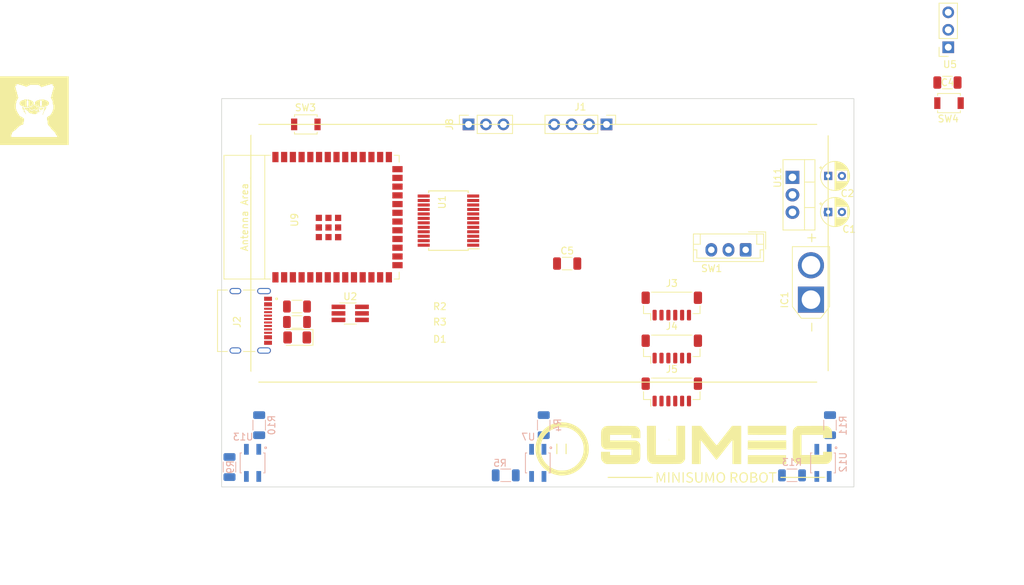
<source format=kicad_pcb>
(kicad_pcb (version 20221018) (generator pcbnew)
  (layers (0 "F.Cu" signal) (31 "B.Cu" signal) (34 "B.Paste" user) (35 "F.Paste" user) (36 "B.SilkS" user "B.Silkscreen") (37 "F.SilkS" user "F.Silkscreen") (38 "B.Mask" user) (39 "F.Mask" user) (44 "Edge.Cuts" user))
  (net 0 "")
  (net 1 "GND")
  (net 2 "EN")
  (net 3 "BOOT")
  (net 4 "VBUS 5V")
  (net 5 "QRE1113 A")
  (net 6 "Net-(U7-A)")
  (net 7 "QRE1113 B")
  (net 8 "QRE1113 C")
  (net 10 "+3V3")
  (net 11 "Net-(D1-A)")
  (net 12 "VBATT")
  (net 13 "Net-(J2-DP1)")
  (net 16 "Net-(U12-A)")
  (net 17 "QRE1113 D")
  (net 21 "Net-(U13-A)")
  (net 29 "+8V")
  (net 30 "Net-(J2-DN1)")
  (net 31 "Net-(J3-Pin_5)")
  (net 32 "Net-(J4-Pin_5)")
  (net 33 "Net-(J5-Pin_5)")
  (net 37 "PWMB")
  (net 38 "BI2")
  (net 39 "BI1")
  (net 40 "STBY")
  (net 41 "MOTOR 2 -")
  (net 42 "MOTOR 2 +")
  (net 43 "MOTOR 1 -")
  (net 44 "MOTOR 1 +")
  (net 45 "SCL")
  (net 46 "SDA")
  (net 47 "TEST PROGRAM")
  (net 48 "IR MODULE")
  (net 55 "AI1")
  (net 56 "AI2")
  (net 57 "PWMA")
  (net 59 "D-")
  (net 60 "D+")
  (net 61 "Net-(R2-Pad2)")
  (net 62 "Net-(R3-Pad2)")
  (net 63 "Net-(J2-SHIELD-PadS1)")
  (footprint "Resistor_SMD:R_1206_3216Metric" (layer "F.Cu") (at 161.7125 74.75)
    (fp_text reference "R2" (at 20.7875 0) (layer "F.SilkS"))
    (fp_text value "15R")
    (pad "1" smd roundrect (at -1.4625 0) (size 1.125 1.75) (layers "F.Cu" "F.Paste" "F.Mask") (roundrect_rratio 0.222222) (net 13 "Net-(J2-DP1)"))
    (pad "2" smd roundrect (at 1.4625 0) (size 1.125 1.75) (layers "F.Cu" "F.Paste" "F.Mask") (roundrect_rratio 0.222222) (net 61 "Net-(R2-Pad2)"))
  )
  (footprint "sumec-smd_library:car cool smol" (layer "F.Cu") (at 123.5 46.25)
    (fp_text reference "R7" hide)
    (fp_text value "R" hide)
  )
  (footprint "sumec-smd_library:logo even smaller" (layer "F.Cu") (at 217.112448 96.562642)
    (fp_text reference "R1" hide)
    (fp_text value "R" hide)
  )
  (footprint "Package_SO:SSOP-24_5.3x8.2mm_P0.65mm" (layer "F.Cu") (at 183.75 62.25 180)
    (fp_text reference "U1" (at 0.918 2.682 90) (layer "F.SilkS"))
    (fp_text value "TB6612FNG")
    (pad "1" smd rect (at -3.6 -3.575 180) (size 1.75 0.45) (layers "F.Cu" "F.Paste" "F.Mask") (net 44 "MOTOR 1 +"))
    (pad "2" smd rect (at -3.6 -2.925 180) (size 1.75 0.45) (layers "F.Cu" "F.Paste" "F.Mask") (net 44 "MOTOR 1 +"))
    (pad "3" smd rect (at -3.6 -2.275 180) (size 1.75 0.45) (layers "F.Cu" "F.Paste" "F.Mask") (net 1 "GND"))
    (pad "4" smd rect (at -3.6 -1.625 180) (size 1.75 0.45) (layers "F.Cu" "F.Paste" "F.Mask") (net 1 "GND"))
    (pad "5" smd rect (at -3.6 -0.975 180) (size 1.75 0.45) (layers "F.Cu" "F.Paste" "F.Mask") (net 43 "MOTOR 1 -"))
    (pad "6" smd rect (at -3.6 -0.325 180) (size 1.75 0.45) (layers "F.Cu" "F.Paste" "F.Mask") (net 43 "MOTOR 1 -"))
    (pad "7" smd rect (at -3.6 0.325 180) (size 1.75 0.45) (layers "F.Cu" "F.Paste" "F.Mask") (net 41 "MOTOR 2 -"))
    (pad "8" smd rect (at -3.6 0.975 180) (size 1.75 0.45) (layers "F.Cu" "F.Paste" "F.Mask") (net 41 "MOTOR 2 -"))
    (pad "9" smd rect (at -3.6 1.625 180) (size 1.75 0.45) (layers "F.Cu" "F.Paste" "F.Mask") (net 1 "GND"))
    (pad "10" smd rect (at -3.6 2.275 180) (size 1.75 0.45) (layers "F.Cu" "F.Paste" "F.Mask") (net 1 "GND"))
    (pad "11" smd rect (at -3.6 2.925 180) (size 1.75 0.45) (layers "F.Cu" "F.Paste" "F.Mask") (net 42 "MOTOR 2 +"))
    (pad "12" smd rect (at -3.6 3.575 180) (size 1.75 0.45) (layers "F.Cu" "F.Paste" "F.Mask") (net 42 "MOTOR 2 +"))
    (pad "13" smd rect (at 3.6 3.575 180) (size 1.75 0.45) (layers "F.Cu" "F.Paste" "F.Mask") (net 29 "+8V"))
    (pad "14" smd rect (at 3.6 2.925 180) (size 1.75 0.45) (layers "F.Cu" "F.Paste" "F.Mask") (net 29 "+8V"))
    (pad "15" smd rect (at 3.6 2.275 180) (size 1.75 0.45) (layers "F.Cu" "F.Paste" "F.Mask") (net 37 "PWMB"))
    (pad "16" smd rect (at 3.6 1.625 180) (size 1.75 0.45) (layers "F.Cu" "F.Paste" "F.Mask") (net 38 "BI2"))
    (pad "17" smd rect (at 3.6 0.975 180) (size 1.75 0.45) (layers "F.Cu" "F.Paste" "F.Mask") (net 39 "BI1"))
    (pad "18" smd rect (at 3.6 0.325 180) (size 1.75 0.45) (layers "F.Cu" "F.Paste" "F.Mask") (net 1 "GND"))
    (pad "19" smd rect (at 3.6 -0.325 180) (size 1.75 0.45) (layers "F.Cu" "F.Paste" "F.Mask") (net 40 "STBY"))
    (pad "20" smd rect (at 3.6 -0.975 180) (size 1.75 0.45) (layers "F.Cu" "F.Paste" "F.Mask") (net 10 "+3V3"))
    (pad "21" smd rect (at 3.6 -1.625 180) (size 1.75 0.45) (layers "F.Cu" "F.Paste" "F.Mask") (net 55 "AI1"))
    (pad "22" smd rect (at 3.6 -2.275 180) (size 1.75 0.45) (layers "F.Cu" "F.Paste" "F.Mask") (net 56 "AI2"))
    (pad "23" smd rect (at 3.6 -2.925 180) (size 1.75 0.45) (layers "F.Cu" "F.Paste" "F.Mask") (net 57 "PWMA"))
    (pad "24" smd rect (at 3.6 -3.575 180) (size 1.75 0.45) (layers "F.Cu" "F.Paste" "F.Mask") (net 29 "+8V"))
  )
  (footprint "Button_Switch_SMD:SW_SPST_B3U-1000P" (layer "F.Cu") (at 256.583 45.153 180)
    (fp_text reference "SW4" (at 0.108 -2.286) (layer "F.SilkS"))
    (fp_text value "SW_Push" hide)
    (pad "1" smd rect (at -1.7 0 180) (size 0.9 1.7) (layers "F.Cu" "F.Paste" "F.Mask") (net 1 "GND"))
    (pad "2" smd rect (at 1.7 0 180) (size 0.9 1.7) (layers "F.Cu" "F.Paste" "F.Mask") (net 3 "BOOT"))
  )
  (footprint "Connector_JST:JST_SH_BM06B-SRSS-TB_1x06-1MP_P1.00mm_Vertical" (layer "F.Cu") (at 216.25 80.925)
    (fp_text reference "J4" (at 0 -3.3) (layer "F.SilkS"))
    (fp_text value "Conn_01x06_Pin")
    (pad "1" smd roundrect (at -2.5 1.325) (size 0.6 1.55) (layers "F.Cu" "F.Paste" "F.Mask") (net 10 "+3V3"))
    (pad "2" smd roundrect (at -1.5 1.325) (size 0.6 1.55) (layers "F.Cu" "F.Paste" "F.Mask") (net 1 "GND"))
    (pad "3" smd roundrect (at -0.5 1.325) (size 0.6 1.55) (layers "F.Cu" "F.Paste" "F.Mask") (net 46 "SDA"))
    (pad "4" smd roundrect (at 0.5 1.325) (size 0.6 1.55) (layers "F.Cu" "F.Paste" "F.Mask") (net 45 "SCL"))
    (pad "5" smd roundrect (at 1.5 1.325) (size 0.6 1.55) (layers "F.Cu" "F.Paste" "F.Mask") (net 32 "Net-(J4-Pin_5)"))
    (pad "6" smd roundrect (at 2.5 1.325) (size 0.6 1.55) (layers "F.Cu" "F.Paste" "F.Mask"))
    (pad "MP" smd roundrect (at -3.8 -1.2) (size 1.2 1.8) (layers "F.Cu" "F.Paste" "F.Mask") (roundrect_rratio 0.208333))
    (pad "MP" smd roundrect (at 3.8 -1.2) (size 1.2 1.8) (layers "F.Cu" "F.Paste" "F.Mask") (roundrect_rratio 0.208333))
  )
  (footprint "sumec_library:AMASS_XT30U-M_1x02_P5.0mm_Vertical" (layer "F.Cu") (at 236.5 73.75 90)
    (fp_text reference "IC1" (at -0.037 -3.836 90) (layer "F.SilkS"))
    (fp_text value "XT30U-F")
    (fp_text user "+" (at 9 0 90) (layer "F.SilkS") (effects (font (size 1.5 1.5))))
    (fp_text user "-" (at -4 0 90) (layer "F.SilkS") (effects (font (size 1.5 1.5))))
    (pad "1" thru_hole rect (at 0 0 90) (size 3.8 3.8) (drill 2.7) (layers "*.Cu" "*.Mask") (net 1 "GND"))
    (pad "2" thru_hole circle (at 5 0 90) (size 3.8 3.8) (drill 2.7) (layers "*.Cu" "*.Mask") (net 12 "VBATT"))
  )
  (footprint "Connector_PinHeader_2.54mm:PinHeader_1x04_P2.54mm_Vertical" (layer "F.Cu") (at 206.75 48.25 -90)
    (fp_text reference "J1" (at -2.534 3.804 -180) (layer "F.SilkS"))
    (fp_text value "Conn_01x04_Pin" hide)
    (pad "1" thru_hole rect (at 0 0 270) (size 1.7 1.7) (drill 1) (layers "*.Cu" "*.Mask") (net 44 "MOTOR 1 +"))
    (pad "2" thru_hole oval (at 0 2.54 270) (size 1.7 1.7) (drill 1) (layers "*.Cu" "*.Mask") (net 43 "MOTOR 1 -"))
    (pad "3" thru_hole oval (at 0 5.08 270) (size 1.7 1.7) (drill 1) (layers "*.Cu" "*.Mask") (net 41 "MOTOR 2 -"))
    (pad "4" thru_hole oval (at 0 7.62 270) (size 1.7 1.7) (drill 1) (layers "*.Cu" "*.Mask") (net 42 "MOTOR 2 +"))
  )
  (footprint "Resistor_SMD:R_1206_3216Metric" (layer "F.Cu") (at 161.7125 77)
    (fp_text reference "R3" (at 20.7875 0) (layer "F.SilkS"))
    (fp_text value "15R")
    (pad "1" smd roundrect (at -1.4625 0) (size 1.125 1.75) (layers "F.Cu" "F.Paste" "F.Mask") (roundrect_rratio 0.222222) (net 30 "Net-(J2-DN1)"))
    (pad "2" smd roundrect (at 1.4625 0) (size 1.125 1.75) (layers "F.Cu" "F.Paste" "F.Mask") (roundrect_rratio 0.222222) (net 62 "Net-(R3-Pad2)"))
  )
  (footprint "Package_TO_SOT_THT:TO-220-3_Vertical" (layer "F.Cu") (at 233.805 55.96 -90)
    (fp_text reference "U11" (at 0.047 2.157 -90) (layer "F.SilkS"))
    (fp_text value "LM1084-3.3" hide)
    (pad "1" thru_hole rect (at 0 0 270) (size 1.905 2) (drill 1.1) (layers "*.Cu" "*.Mask") (net 1 "GND"))
    (pad "2" thru_hole oval (at 2.54 0 270) (size 1.905 2) (drill 1.1) (layers "*.Cu" "*.Mask") (net 10 "+3V3"))
    (pad "3" thru_hole oval (at 5.08 0 270) (size 1.905 2) (drill 1.1) (layers "*.Cu" "*.Mask") (net 29 "+8V"))
  )
  (footprint "PCM_Espressif:ESP32-S3-WROOM-1" (layer "F.Cu") (at 166.834 61.75 90)
    (fp_text reference "U9" (at -0.4 -5.47 90) (layer "F.SilkS"))
    (fp_text value "ESP32-S3-WROOM-1")
    (fp_text user "Antenna Area" (at 0 -12.75 90) (layer "F.SilkS"))
    (pad "1" smd rect (at -8.75 -8.26 90) (size 1.5 0.9) (layers "F.Cu" "F.Paste" "F.Mask") (net 1 "GND"))
    (pad "2" smd rect (at -8.75 -6.99 90) (size 1.5 0.9) (layers "F.Cu" "F.Paste" "F.Mask") (net 10 "+3V3"))
    (pad "3" smd rect (at -8.75 -5.72 90) (size 1.5 0.9) (layers "F.Cu" "F.Paste" "F.Mask") (net 2 "EN"))
    (pad "4" smd rect (at -8.75 -4.45 90) (size 1.5 0.9) (layers "F.Cu" "F.Paste" "F.Mask"))
    (pad "5" smd rect (at -8.75 -3.18 90) (size 1.5 0.9) (layers "F.Cu" "F.Paste" "F.Mask") (net 7 "QRE1113 B"))
    (pad "6" smd rect (at -8.75 -1.91 90) (size 1.5 0.9) (layers "F.Cu" "F.Paste" "F.Mask") (net 8 "QRE1113 C"))
    (pad "7" smd rect (at -8.75 -0.64 90) (size 1.5 0.9) (layers "F.Cu" "F.Paste" "F.Mask") (net 17 "QRE1113 D"))
    (pad "8" smd rect (at -8.75 0.63 90) (size 1.5 0.9) (layers "F.Cu" "F.Paste" "F.Mask"))
    (pad "9" smd rect (at -8.75 1.9 90) (size 1.5 0.9) (layers "F.Cu" "F.Paste" "F.Mask"))
    (pad "10" smd rect (at -8.75 3.17 90) (size 1.5 0.9) (layers "F.Cu" "F.Paste" "F.Mask") (net 45 "SCL"))
    (pad "11" smd rect (at -8.75 4.44 90) (size 1.5 0.9) (layers "F.Cu" "F.Paste" "F.Mask") (net 46 "SDA"))
    (pad "12" smd rect (at -8.75 5.71 90) (size 1.5 0.9) (layers "F.Cu" "F.Paste" "F.Mask"))
    (pad "13" smd rect (at -8.75 6.98 90) (size 1.5 0.9) (layers "F.Cu" "F.Paste" "F.Mask") (net 59 "D-"))
    (pad "14" smd rect (at -8.75 8.25 90) (size 1.5 0.9) (layers "F.Cu" "F.Paste" "F.Mask") (net 60 "D+"))
    (pad "15" smd rect (at -6.985 9.5 180) (size 1.5 0.9) (layers "F.Cu" "F.Paste" "F.Mask"))
    (pad "16" smd rect (at -5.715 9.5 180) (size 1.5 0.9) (layers "F.Cu" "F.Paste" "F.Mask"))
    (pad "17" smd rect (at -4.445 9.5 180) (size 1.5 0.9) (layers "F.Cu" "F.Paste" "F.Mask") (net 56 "AI2"))
    (pad "18" smd rect (at -3.175 9.5 180) (size 1.5 0.9) (layers "F.Cu" "F.Paste" "F.Mask") (net 55 "AI1"))
    (pad "19" smd rect (at -1.905 9.5 180) (size 1.5 0.9) (layers "F.Cu" "F.Paste" "F.Mask"))
    (pad "20" smd rect (at -0.635 9.5 180) (size 1.5 0.9) (layers "F.Cu" "F.Paste" "F.Mask") (net 40 "STBY"))
    (pad "21" smd rect (at 0.635 9.5 180) (size 1.5 0.9) (layers "F.Cu" "F.Paste" "F.Mask") (net 39 "BI1"))
    (pad "22" smd rect (at 1.905 9.5 180) (size 1.5 0.9) (layers "F.Cu" "F.Paste" "F.Mask") (net 38 "BI2"))
    (pad "23" smd rect (at 3.175 9.5 180) (size 1.5 0.9) (layers "F.Cu" "F.Paste" "F.Mask") (net 37 "PWMB"))
    (pad "24" smd rect (at 4.445 9.5 180) (size 1.5 0.9) (layers "F.Cu" "F.Paste" "F.Mask") (net 57 "PWMA"))
    (pad "25" smd rect (at 5.715 9.5 180) (size 1.5 0.9) (layers "F.Cu" "F.Paste" "F.Mask"))
    (pad "26" smd rect (at 6.985 9.5 180) (size 1.5 0.9) (layers "F.Cu" "F.Paste" "F.Mask"))
    (pad "27" smd rect (at 8.75 8.25 270) (size 1.5 0.9) (layers "F.Cu" "F.Paste" "F.Mask") (net 3 "BOOT"))
    (pad "28" smd rect (at 8.75 6.98 270) (size 1.5 0.9) (layers "F.Cu" "F.Paste" "F.Mask"))
    (pad "29" smd rect (at 8.75 5.71 270) (size 1.5 0.9) (layers "F.Cu" "F.Paste" "F.Mask"))
    (pad "30" smd rect (at 8.75 4.44 270) (size 1.5 0.9) (layers "F.Cu" "F.Paste" "F.Mask"))
    (pad "31" smd rect (at 8.75 3.17 270) (size 1.5 0.9) (layers "F.Cu" "F.Paste" "F.Mask") (net 48 "IR MODULE"))
    (pad "32" smd rect (at 8.75 1.9 270) (size 1.5 0.9) (layers "F.Cu" "F.Paste" "F.Mask"))
    (pad "33" smd rect (at 8.75 0.63 270) (size 1.5 0.9) (layers "F.Cu" "F.Paste" "F.Mask"))
    (pad "34" smd rect (at 8.75 -0.64 270) (size 1.5 0.9) (layers "F.Cu" "F.Paste" "F.Mask"))
    (pad "35" smd rect (at 8.75 -1.91 270) (size 1.5 0.9) (layers "F.Cu" "F.Paste" "F.Mask"))
    (pad "36" smd rect (at 8.75 -3.18 270) (size 1.5 0.9) (layers "F.Cu" "F.Paste" "F.Mask"))
    (pad "37" smd rect (at 8.75 -4.45 270) (size 1.5 0.9) (layers "F.Cu" "F.Paste" "F.Mask"))
    (pad "38" smd rect (at 8.75 -5.72 270) (size 1.5 0.9) (layers "F.Cu" "F.Paste" "F.Mask") (net 47 "TEST PROGRAM"))
    (pad "39" smd rect (at 8.75 -6.99 270) (size 1.5 0.9) (layers "F.Cu" "F.Paste" "F.Mask"))
    (pad "40" smd rect (at 8.75 -8.26 270) (size 1.5 0.9) (layers "F.Cu" "F.Paste" "F.Mask") (net 1 "GND"))
    (pad "41" smd rect (at -2.9 -1.94 270) (size 0.9 0.9) (layers "F.Cu" "F.Paste" "F.Mask") (net 1 "GND"))
    (pad "41" smd rect (at -2.9 -0.54 270) (size 0.9 0.9) (layers "F.Cu" "F.Paste" "F.Mask") (net 1 "GND"))
    (pad "41" smd rect (at -2.9 0.86 270) (size 0.9 0.9) (layers "F.Cu" "F.Paste" "F.Mask") (net 1 "GND"))
    (pad "41" smd rect (at -2.9 0.86 270) (size 0.9 0.9) (layers "F.Cu" "F.Paste" "F.Mask") (net 1 "GND"))
    (pad "41" smd rect (at -1.5 -1.94 270) (size 0.9 0.9) (layers "F.Cu" "F.Paste" "F.Mask") (net 1 "GND"))
    (pad "41" smd rect (at -1.5 -1.94 270) (size 0.9 0.9) (layers "F.Cu" "F.Paste" "F.Mask") (net 1 "GND"))
    (pad "41" smd rect (at -1.5 -0.54 270) (size 0.9 0.9) (layers "F.Cu" "F.Paste" "F.Mask") (net 1 "GND"))
    (pad "41" smd rect (at -1.5 0.86 270) (size 0.9 0.9) (layers "F.Cu" "F.Paste" "F.Mask") (net 1 "GND"))
    (pad "41" smd rect (at -0.1 -1.94 270) (size 0.9 0.9) (layers "F.Cu" "F.Paste" "F.Mask") (net 1 "GND"))
    (pad "41" smd rect (at -0.1 -0.54 270) (size 0.9 0.9) (layers "F.Cu" "F.Paste" "F.Mask") (net 1 "GND"))
    (pad "41" smd rect (at -0.1 0.86 270) (size 0.9 0.9) (layers "F.Cu" "F.Paste" "F.Mask") (net 1 "GND"))
  )
  (footprint "MountingHole:MountingHole_3.2mm_M3" (layer "F.Cu") (at 154.5 85.75 180)
    (fp_text reference "H2" hide)
    (fp_text value "MountingHole M3" hide)
    (pad "" np_thru_hole circle (at 0 0 180) (size 3.2 3.2) (drill 3.2) (layers "*.Cu" "*.Mask"))
  )
  (footprint "MountingHole:MountingHole_3.2mm_M3" (layer "F.Cu") (at 239 85.75)
    (fp_text reference "H3" hide)
    (fp_text value "MountingHole M3" hide)
    (pad "" np_thru_hole circle (at 0 0) (size 3.2 3.2) (drill 3.2) (layers "*.Cu" "*.Mask"))
  )
  (footprint "Connector_JST:JST_SH_BM06B-SRSS-TB_1x06-1MP_P1.00mm_Vertical" (layer "F.Cu") (at 216.25 87.175)
    (fp_text reference "J5" (at 0 -3.3) (layer "F.SilkS"))
    (fp_text value "Conn_01x06_Pin")
    (pad "1" smd roundrect (at -2.5 1.325) (size 0.6 1.55) (layers "F.Cu" "F.Paste" "F.Mask") (net 10 "+3V3"))
    (pad "2" smd roundrect (at -1.5 1.325) (size 0.6 1.55) (layers "F.Cu" "F.Paste" "F.Mask") (net 1 "GND"))
    (pad "3" smd roundrect (at -0.5 1.325) (size 0.6 1.55) (layers "F.Cu" "F.Paste" "F.Mask") (net 46 "SDA"))
    (pad "4" smd roundrect (at 0.5 1.325) (size 0.6 1.55) (layers "F.Cu" "F.Paste" "F.Mask") (net 45 "SCL"))
    (pad "5" smd roundrect (at 1.5 1.325) (size 0.6 1.55) (layers "F.Cu" "F.Paste" "F.Mask") (net 33 "Net-(J5-Pin_5)"))
    (pad "6" smd roundrect (at 2.5 1.325) (size 0.6 1.55) (layers "F.Cu" "F.Paste" "F.Mask"))
    (pad "MP" smd roundrect (at -3.8 -1.2) (size 1.2 1.8) (layers "F.Cu" "F.Paste" "F.Mask") (roundrect_rratio 0.208333))
    (pad "MP" smd roundrect (at 3.8 -1.2) (size 1.2 1.8) (layers "F.Cu" "F.Paste" "F.Mask") (roundrect_rratio 0.208333))
  )
  (footprint "Capacitor_THT:CP_Radial_D4.0mm_P2.00mm" (layer "F.Cu") (at 239 61)
    (fp_text reference "C1" (at 3.058 2.5) (layer "F.SilkS"))
    (fp_text value "10uF.stabl")
    (pad "1" thru_hole rect (at 0 0) (size 1.2 1.2) (drill 0.6) (layers "*.Cu" "*.Mask") (net 29 "+8V"))
    (pad "2" thru_hole circle (at 2 0) (size 1.2 1.2) (drill 0.6) (layers "*.Cu" "*.Mask") (net 1 "GND"))
  )
  (footprint "Connector_PinSocket_2.54mm:PinSocket_1x03_P2.54mm_Vertical" (layer "F.Cu") (at 186.67 48.25 90)
    (fp_text reference "J8" (at 0 -2.77 90) (layer "F.SilkS"))
    (fp_text value "Conn_01x03_Pin" hide)
    (pad "1" thru_hole rect (at 0 0 90) (size 1.7 1.7) (drill 1) (layers "*.Cu" "*.Mask") (net 5 "QRE1113 A"))
    (pad "2" thru_hole oval (at 0 2.54 90) (size 1.7 1.7) (drill 1) (layers "*.Cu" "*.Mask") (net 1 "GND"))
    (pad "3" thru_hole oval (at 0 5.08 90) (size 1.7 1.7) (drill 1) (layers "*.Cu" "*.Mask") (net 10 "+3V3"))
  )
  (footprint "Connector_JST:JST_EH_B3B-EH-A_1x03_P2.50mm_Vertical" (layer "F.Cu") (at 227 66.5 180)
    (fp_text reference "SW1" (at 4.953 -2.718) (layer "F.SilkS"))
    (fp_text value "SW_SPDT" hide)
    (pad "1" thru_hole roundrect (at 0 0 180) (size 1.7 1.95) (drill 0.95) (layers "*.Cu" "*.Mask") (roundrect_rratio 0.147059) (net 12 "VBATT"))
    (pad "2" thru_hole oval (at 2.5 0 180) (size 1.7 1.95) (drill 0.95) (layers "*.Cu" "*.Mask") (net 29 "+8V"))
    (pad "3" thru_hole oval (at 5 0 180) (size 1.7 1.95) (drill 0.95) (layers "*.Cu" "*.Mask"))
  )
  (footprint "Diode_SMD:D_1206_3216Metric" (layer "F.Cu") (at 161.75 79.25 180)
    (fp_text reference "D1" (at -20.75 -0.25 180) (layer "F.SilkS"))
    (fp_text value "1N5819")
    (pad "1" smd roundrect (at -1.4 0 180) (size 1.25 1.75) (layers "F.Cu" "F.Paste" "F.Mask") (roundrect_rratio 0.2) (net 4 "VBUS 5V"))
    (pad "2" smd roundrect (at 1.4 0 180) (size 1.25 1.75) (layers "F.Cu" "F.Paste" "F.Mask") (roundrect_rratio 0.2) (net 11 "Net-(D1-A)"))
  )
  (footprint "Capacitor_SMD:C_1206_3216Metric" (layer "F.Cu") (at 256.358 42.159)
    (fp_text reference "C4" (at 0.025 0) (layer "F.SilkS"))
    (fp_text value "100nF.boot")
    (pad "1" smd roundrect (at -1.475 0) (size 1.15 1.8) (layers "F.Cu" "F.Paste" "F.Mask") (roundrect_rratio 0.217391) (net 3 "BOOT"))
    (pad "2" smd roundrect (at 1.475 0) (size 1.15 1.8) (layers "F.Cu" "F.Paste" "F.Mask") (roundrect_rratio 0.217391) (net 1 "GND"))
  )
  (footprint "Package_TO_SOT_SMD:TSOT-23-6_HandSoldering" (layer "F.Cu") (at 169.46 75.75)
    (fp_text reference "U2" (at 0 -2.45) (layer "F.SilkS"))
    (fp_text value "USBLC6-2SC6")
    (pad "1" smd rect (at -1.71 -0.95) (size 2 0.65) (layers "F.Cu" "F.Paste" "F.Mask") (net 61 "Net-(R2-Pad2)"))
    (pad "2" smd rect (at -1.71 0) (size 2 0.65) (layers "F.Cu" "F.Paste" "F.Mask") (net 1 "GND"))
    (pad "3" smd rect (at -1.71 0.95) (size 2 0.65) (layers "F.Cu" "F.Paste" "F.Mask") (net 62 "Net-(R3-Pad2)"))
    (pad "4" smd rect (at 1.71 0.95) (size 2 0.65) (layers "F.Cu" "F.Paste" "F.Mask") (net 59 "D-"))
    (pad "5" smd rect (at 1.71 0) (size 2 0.65) (layers "F.Cu" "F.Paste" "F.Mask") (net 4 "VBUS 5V"))
    (pad "6" smd rect (at 1.71 -0.95) (size 2 0.65) (layers "F.Cu" "F.Paste" "F.Mask") (net 60 "D+"))
  )
  (footprint "Capacitor_THT:CP_Radial_D4.0mm_P2.00mm" (layer "F.Cu") (at 239 55.75)
    (fp_text reference "C2" (at 2.804 2.543) (layer "F.SilkS"))
    (fp_text value "10uF.stabl")
    (pad "1" thru_hole rect (at 0 0) (size 1.2 1.2) (drill 0.6) (layers "*.Cu" "*.Mask") (net 10 "+3V3"))
    (pad "2" thru_hole circle (at 2 0) (size 1.2 1.2) (drill 0.6) (layers "*.Cu" "*.Mask") (net 1 "GND"))
  )
  (footprint "Capacitor_SMD:C_1206_3216Metric" (layer "F.Cu") (at 201.025 68.5)
    (fp_text reference "C5" (at 0 -1.85) (layer "F.SilkS"))
    (fp_text value "100nF")
    (pad "1" smd roundrect (at -1.475 0) (size 1.15 1.8) (layers "F.Cu" "F.Paste" "F.Mask") (roundrect_rratio 0.217391) (net 4 "VBUS 5V"))
    (pad "2" smd roundrect (at 1.475 0) (size 1.15 1.8) (layers "F.Cu" "F.Paste" "F.Mask") (roundrect_rratio 0.217391) (net 1 "GND"))
  )
  (footprint "Connector_PinSocket_2.54mm:PinSocket_1x03_P2.54mm_Vertical" (layer "F.Cu") (at 256.475 37.025 180)
    (fp_text reference "U5" (at -0.25 -2.5) (layer "F.SilkS"))
    (fp_text value "TSOP382xx" hide)
    (pad "1" thru_hole rect (at 0 0 180) (size 1.7 1.7) (drill 1) (layers "*.Cu" "*.Mask") (net 48 "IR MODULE"))
    (pad "2" thru_hole oval (at 0 2.54 180) (size 1.7 1.7) (drill 1) (layers "*.Cu" "*.Mask") (net 1 "GND"))
    (pad "3" thru_hole oval (at 0 5.08 180) (size 1.7 1.7) (drill 1) (layers "*.Cu" "*.Mask") (net 10 "+3V3"))
  )
  (footprint "Connector_JST:JST_SH_BM06B-SRSS-TB_1x06-1MP_P1.00mm_Vertical" (layer "F.Cu") (at 216.25 74.675)
    (fp_text reference "J3" (at 0 -3.3) (layer "F.SilkS"))
    (fp_text value "Conn_01x06_Pin")
    (pad "1" smd roundrect (at -2.5 1.325) (size 0.6 1.55) (layers "F.Cu" "F.Paste" "F.Mask") (net 10 "+3V3"))
    (pad "2" smd roundrect (at -1.5 1.325) (size 0.6 1.55) (layers "F.Cu" "F.Paste" "F.Mask") (net 1 "GND"))
    (pad "3" smd roundrect (at -0.5 1.325) (size 0.6 1.55) (layers "F.Cu" "F.Paste" "F.Mask") (net 46 "SDA"))
    (pad "4" smd roundrect (at 0.5 1.325) (size 0.6 1.55) (layers "F.Cu" "F.Paste" "F.Mask") (net 45 "SCL"))
    (pad "5" smd roundrect (at 1.5 1.325) (size 0.6 1.55) (layers "F.Cu" "F.Paste" "F.Mask") (net 31 "Net-(J3-Pin_5)"))
    (pad "6" smd roundrect (at 2.5 1.325) (size 0.6 1.55) (layers "F.Cu" "F.Paste" "F.Mask"))
    (pad "MP" smd roundrect (at -3.8 -1.2) (size 1.2 1.8) (layers "F.Cu" "F.Paste" "F.Mask") (roundrect_rratio 0.208333))
    (pad "MP" smd roundrect (at 3.8 -1.2) (size 1.2 1.8) (layers "F.Cu" "F.Paste" "F.Mask") (roundrect_rratio 0.208333))
  )
  (footprint "Button_Switch_SMD:SW_SPST_B3U-1000P" (layer "F.Cu") (at 163 48.25 180)
    (fp_text reference "SW3" (at 0.055 2.437 180) (layer "F.SilkS"))
    (fp_text value "SW_Push" hide)
    (pad "1" smd rect (at -1.7 0 180) (size 0.9 1.7) (layers "F.Cu" "F.Paste" "F.Mask") (net 10 "+3V3"))
    (pad "2" smd rect (at 1.7 0 180) (size 0.9 1.7) (layers "F.Cu" "F.Paste" "F.Mask") (net 47 "TEST PROGRAM"))
  )
  (footprint "sumec-smd_library:HRO_TYPE-C-31-M-12" (layer "F.Cu") (at 152.75 76.825 -90)
    (fp_text reference "J2" (at 0.175 -0.25 90) (layer "F.SilkS"))
    (fp_text value "TYPE-C-31-M-12")
    (pad "" np_thru_hole circle (at -2.89 -3.68 270) (size 0.6 0.6) (drill 0.6) (layers "*.Cu" "*.Mask"))
    (pad "" np_thru_hole circle (at 2.89 -3.68 270) (size 0.6 0.6) (drill 0.6) (layers "*.Cu" "*.Mask"))
    (pad "A1_B12" smd rect (at -3.2 -4.75 270) (size 0.6 1.14) (layers "F.Cu" "F.Paste") (net 1 "GND"))
    (pad "A4_B9" smd rect (at -2.4 -4.75 270) (size 0.6 1.14) (layers "F.Cu" "F.Paste") (net 11 "Net-(D1-A)"))
    (pad "A5" smd rect (at -1.25 -4.75 270) (size 0.3 1.14) (layers "F.Cu" "F.Paste"))
    (pad "A6" smd rect (at -0.25 -4.75 270) (size 0.3 1.14) (layers "F.Cu" "F.Paste") (net 13 "Net-(J2-DP1)"))
    (pad "A7" smd rect (at 0.25 -4.75 270) (size 0.3 1.14) (layers "F.Cu" "F.Paste") (net 30 "Net-(J2-DN1)"))
    (pad "A8" smd rect (at 1.25 -4.75 270) (size 0.3 1.14) (layers "F.Cu" "F.Paste"))
    (pad "B1_A12" smd rect (at 3.2 -4.75 270) (size 0.6 1.14) (layers "F.Cu" "F.Paste") (net 1 "GND"))
    (pad "B4_A9" smd rect (at 2.4 -4.75 270) (size 0.6 1.14) (layers "F.Cu" "F.Paste") (net 11 "Net-(D1-A)"))
    (pad "B5" smd rect (at 1.75 -4.75 270) (size 0.3 1.14) (layers "F.Cu" "F.Paste"))
    (pad "B6" smd rect (at 0.75 -4.75 270) (size 0.3 1.14) (layers "F.Cu" "F.Paste"))
    (pad "B7" smd rect (at -0.75 -4.75 270) (size 0.3 1.14) (layers "F.Cu" "F.Paste"))
    (pad "B8" smd rect (at -1.75 -4.75 270) (size 0.3 1.14) (layers "F.Cu" "F.Paste"))
    (pad "S1" thru_hole oval (at -4.325 -4.17 270) (size 0.9 2) (drill oval 0.6 1.7) (layers "*.Cu" "*.Mask") (net 63 "Net-(J2-SHIELD-PadS1)"))
    (pad "S2" thru_hole oval (at 4.325 -4.17 270) (size 0.9 2) (drill oval 0.6 1.7) (layers "*.Cu" "*.Mask") (net 63 "Net-(J2-SHIELD-PadS1)"))
    (pad "S3" thru_hole oval (at -4.325 0 270) (size 0.9 1.7) (drill oval 0.6 1.4) (layers "*.Cu" "*.Mask") (net 63 "Net-(J2-SHIELD-PadS1)"))
    (pad "S4" thru_hole oval (at 4.325 0 270) (size 0.9 1.7) (drill oval 0.6 1.4) (layers "*.Cu" "*.Mask") (net 63 "Net-(J2-SHIELD-PadS1)"))
  )
  (footprint "MountingHole:MountingHole_3.2mm_M3" (layer "F.Cu") (at 239 48.25 180)
    (fp_text reference "H1" hide)
    (fp_text value "MountingHole M3" hide)
    (pad "" np_thru_hole circle (at 0 0 180) (size 3.2 3.2) (drill 3.2) (layers "*.Cu" "*.Mask"))
  )
  (footprint "MountingHole:MountingHole_3.2mm_M3" (layer "F.Cu") (at 154.5 48.25 90)
    (fp_text reference "H4" hide)
    (fp_text value "MountingHole M3" hide)
    (pad "" np_thru_hole circle (at 0 0 90) (size 3.2 3.2) (drill 3.2) (layers "*.Cu" "*.Mask"))
  )
  (footprint "Resistor_SMD:R_1206_3216Metric" (layer "B.Cu") (at 233.7415 99.314)
    (fp_text reference "R13" (at 0 -1.905) (layer "B.SilkS") (effects (justify mirror)))
    (fp_text value "10k")
    (pad "1" smd roundrect (at -1.4625 0) (size 1.125 1.75) (layers "B.Cu" "B.Paste" "B.Mask") (roundrect_rratio 0.222222) (net 10 "+3V3"))
    (pad "2" smd roundrect (at 1.4625 0) (size 1.125 1.75) (layers "B.Cu" "B.Paste" "B.Mask") (roundrect_rratio 0.222222) (net 17 "QRE1113 D"))
  )
  (footprint "Resistor_SMD:R_1206_3216Metric" (layer "B.Cu") (at 239.268 92.0095 90)
    (fp_text reference "R11" (at -0.0655 1.905 90) (layer "B.SilkS") (effects (justify mirror)))
    (fp_text value "100")
    (pad "1" smd roundrect (at -1.4625 0 90) (size 1.125 1.75) (layers "B.Cu" "B.Paste" "B.Mask") (roundrect_rratio 0.222222) (net 16 "Net-(U12-A)"))
    (pad "2" smd roundrect (at 1.4625 0 90) (size 1.125 1.75) (layers "B.Cu" "B.Paste" "B.Mask") (roundrect_rratio 0.222222) (net 10 "+3V3"))
  )
  (footprint "sumec-smd_library:QRE1113GR-(smd)" (layer "B.Cu") (at 196.75 97.5 180)
    (fp_text reference "U7" (at 1.375 3.775) (layer "B.SilkS") (effects (justify mirror)))
    (fp_text value "QRE1113" hide)
    (pad "1" smd rect (at -0.9 1.975 180) (size 0.69 1.57) (layers "B.Cu" "B.Paste" "B.Mask") (net 6 "Net-(U7-A)"))
    (pad "2" smd rect (at -0.9 -1.975 180) (size 0.69 1.57) (layers "B.Cu" "B.Paste" "B.Mask") (net 1 "GND"))
    (pad "3" smd rect (at 0.9 -1.975 180) (size 0.69 1.57) (layers "B.Cu" "B.Paste" "B.Mask") (net 7 "QRE1113 B"))
    (pad "4" smd rect (at 0.9 1.975 180) (size 0.69 1.57) (layers "B.Cu" "B.Paste" "B.Mask") (net 1 "GND"))
  )
  (footprint "sumec-smd_library:QRE1113GR-(smd)" (layer "B.Cu") (at 155.25 97.5 180)
    (fp_text reference "U13" (at 1.375 3.775) (layer "B.SilkS") (effects (justify mirror)))
    (fp_text value "QRE1113" hide)
    (pad "1" smd rect (at -0.9 1.975 180) (size 0.69 1.57) (layers "B.Cu" "B.Paste" "B.Mask") (net 21 "Net-(U13-A)"))
    (pad "2" smd rect (at -0.9 -1.975 180) (size 0.69 1.57) (layers "B.Cu" "B.Paste" "B.Mask") (net 1 "GND"))
    (pad "3" smd rect (at 0.9 -1.975 180) (size 0.69 1.57) (layers "B.Cu" "B.Paste" "B.Mask") (net 8 "QRE1113 C"))
    (pad "4" smd rect (at 0.9 1.975 180) (size 0.69 1.57) (layers "B.Cu" "B.Paste" "B.Mask") (net 1 "GND"))
  )
  (footprint "Resistor_SMD:R_1206_3216Metric" (layer "B.Cu") (at 156.21 92.0095 90)
    (fp_text reference "R10" (at 0 1.82 90) (layer "B.SilkS") (effects (justify mirror)))
    (fp_text value "100")
    (pad "1" smd roundrect (at -1.4625 0 90) (size 1.125 1.75) (layers "B.Cu" "B.Paste" "B.Mask") (roundrect_rratio 0.222222) (net 21 "Net-(U13-A)"))
    (pad "2" smd roundrect (at 1.4625 0 90) (size 1.125 1.75) (layers "B.Cu" "B.Paste" "B.Mask") (roundrect_rratio 0.222222) (net 10 "+3V3"))
  )
  (footprint "Resistor_SMD:R_1206_3216Metric" (layer "B.Cu") (at 197.612 92.0095 90)
    (fp_text reference "R4" (at 0 2.032 90) (layer "B.SilkS") (effects (justify mirror)))
    (fp_text value "100")
    (pad "1" smd roundrect (at -1.4625 0 90) (size 1.125 1.75) (layers "B.Cu" "B.Paste" "B.Mask") (roundrect_rratio 0.222222) (net 6 "Net-(U7-A)"))
    (pad "2" smd roundrect (at 1.4625 0 90) (size 1.125 1.75) (layers "B.Cu" "B.Paste" "B.Mask") (roundrect_rratio 0.222222) (net 10 "+3V3"))
  )
  (footprint "Resistor_SMD:R_1206_3216Metric" (layer "B.Cu") (at 151.892 98.1055 -90)
    (fp_text reference "R9" (at 0 -0.127 90) (layer "B.SilkS") (effects (justify mirror)))
    (fp_text value "10k")
    (pad "1" smd roundrect (at -1.4625 0 270) (size 1.125 1.75) (layers "B.Cu" "B.Paste" "B.Mask") (roundrect_rratio 0.222222) (net 10 "+3V3"))
    (pad "2" smd roundrect (at 1.4625 0 270) (size 1.125 1.75) (layers "B.Cu" "B.Paste" "B.Mask") (roundrect_rratio 0.222222) (net 8 "QRE1113 C"))
  )
  (footprint "Resistor_SMD:R_1206_3216Metric" (layer "B.Cu") (at 192.0855 99.314)
    (fp_text reference "R5" (at -0.8235 -1.778) (layer "B.SilkS") (effects (justify mirror)))
    (fp_text value "10k")
    (pad "1" smd roundrect (at -1.4625 0) (size 1.125 1.75) (layers "B.Cu" "B.Paste" "B.Mask") (roundrect_rratio 0.222222) (net 10 "+3V3"))
    (pad "2" smd roundrect (at 1.4625 0) (size 1.125 1.75) (layers "B.Cu" "B.Paste" "B.Mask") (roundrect_rratio 0.222222) (net 7 "QRE1113 B"))
  )
  (footprint "sumec-smd_library:QRE1113GR-(smd)" (layer "B.Cu") (at 238.25 97.5 180)
    (fp_text reference "U12" (at -2.923 0.091 270) (layer "B.SilkS") (effects (justify mirror)))
    (fp_text value "QRE1113" hide)
    (pad "1" smd rect (at -0.9 1.975 180) (size 0.69 1.57) (layers "B.Cu" "B.Paste" "B.Mask") (net 16 "Net-(U12-A)"))
    (pad "2" smd rect (at -0.9 -1.975 180) (size 0.69 1.57) (layers "B.Cu" "B.Paste" "B.Mask") (net 1 "GND"))
    (pad "3" smd rect (at 0.9 -1.975 180) (size 0.69 1.57) (layers "B.Cu" "B.Paste" "B.Mask") (net 17 "QRE1113 D"))
    (pad "4" smd rect (at 0.9 1.975 180) (size 0.69 1.57) (layers "B.Cu" "B.Paste" "B.Mask") (net 1 "GND"))
  )
  (gr_rect (start 155 48.25) (end 239 85.75) (stroke (width 0.15)) (fill none) (layer "F.SilkS"))
  (gr_rect (start 150.75 44.5) (end 242.75 101) (stroke (width 0.1)) (fill none) (layer "Edge.Cuts"))
  (gr_text ">:3" (at 215.9 93.98 270) (layer "F.SilkS") (effects (font (size 0.1 0.1) (thickness 0.02) bold) (justify left top)))
  (gr_text ">:3" (at 154.94 55.88 270) (layer "F.SilkS") (effects (font (size 0.1 0.1) (thickness 0.02) bold) (justify left top)))
  (segment (start 160.475 79.225) (end 160.5 79.25) (width 0.25) (layer "F.Cu") (net 11))
  (segment (start 160.25 74.695) (end 160.25 74.5) (width 0.25) (layer "F.Cu") (net 13))
  (segment (start 238.96 61.04) (end 239 61) (width 1.27) (layer "B.Cu") (net 29))
  (segment (start 233.845 61) (end 233.805 61.04) (width 0.25) (layer "B.Cu") (net 29))
  (segment (start 160.175 77.075) (end 160.25 77) (width 0.25) (layer "F.Cu") (net 30))
)
</source>
